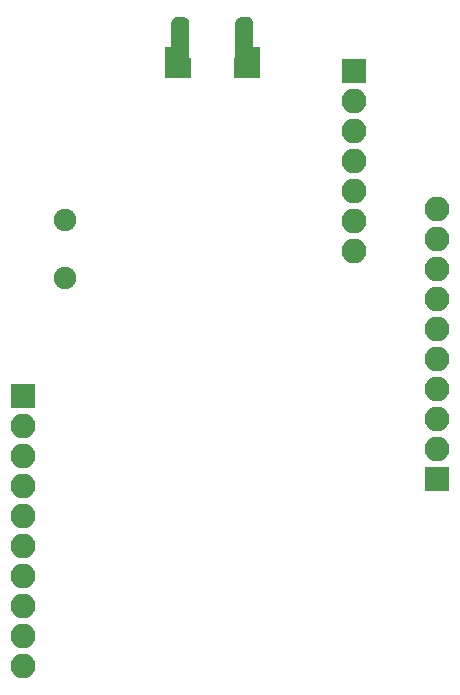
<source format=gbr>
G04 #@! TF.GenerationSoftware,KiCad,Pcbnew,5.0.0+dfsg1-2*
G04 #@! TF.CreationDate,2018-10-17T02:30:28+04:00*
G04 #@! TF.ProjectId,avrUsb,6176725573622E6B696361645F706362,rev?*
G04 #@! TF.SameCoordinates,Original*
G04 #@! TF.FileFunction,Soldermask,Bot*
G04 #@! TF.FilePolarity,Negative*
%FSLAX46Y46*%
G04 Gerber Fmt 4.6, Leading zero omitted, Abs format (unit mm)*
G04 Created by KiCad (PCBNEW 5.0.0+dfsg1-2) date Wed Oct 17 02:30:28 2018*
%MOMM*%
%LPD*%
G01*
G04 APERTURE LIST*
%ADD10C,0.100000*%
%ADD11R,2.100000X2.100000*%
%ADD12O,2.100000X2.100000*%
%ADD13R,1.117600X1.117600*%
%ADD14C,1.900000*%
G04 APERTURE END LIST*
D10*
G04 #@! TO.C,X1*
G36*
X192500500Y-70398900D02*
X190303400Y-70398900D01*
X190303400Y-72062600D01*
X192500500Y-72062600D01*
X192500500Y-70398900D01*
G37*
G36*
X186696600Y-70398900D02*
X184499500Y-70398900D01*
X184499500Y-72062600D01*
X186696600Y-72062600D01*
X186696600Y-70398900D01*
G37*
G36*
X186544200Y-70348100D02*
X186544200Y-67376300D01*
X186517685Y-67221592D01*
X186444661Y-67082650D01*
X186332275Y-66973074D01*
X186036200Y-66881000D01*
X185528200Y-66881000D01*
X185375144Y-66905242D01*
X185237070Y-66975594D01*
X185127494Y-67085170D01*
X185032900Y-67376300D01*
X185032900Y-69446400D01*
X184499500Y-69446400D01*
X184499500Y-70348100D01*
X186544200Y-70348100D01*
G37*
G36*
X190455800Y-70348100D02*
X190455800Y-67376300D01*
X190482315Y-67221592D01*
X190555339Y-67082650D01*
X190667725Y-66973074D01*
X190963800Y-66881000D01*
X191471800Y-66881000D01*
X191624856Y-66905242D01*
X191762930Y-66975594D01*
X191872506Y-67085170D01*
X191967100Y-67376300D01*
X191967100Y-69446400D01*
X192500500Y-69446400D01*
X192500500Y-70348100D01*
X190455800Y-70348100D01*
G37*
G04 #@! TD*
D11*
G04 #@! TO.C,J1*
X200500000Y-71500000D03*
D12*
X200500000Y-74040000D03*
X200500000Y-76580000D03*
X200500000Y-79120000D03*
X200500000Y-81660000D03*
X200500000Y-84200000D03*
X200500000Y-86740000D03*
G04 #@! TD*
D11*
G04 #@! TO.C,J2*
X207500000Y-106000000D03*
D12*
X207500000Y-103460000D03*
X207500000Y-100920000D03*
X207500000Y-98380000D03*
X207500000Y-95840000D03*
X207500000Y-93300000D03*
X207500000Y-90760000D03*
X207500000Y-88220000D03*
X207500000Y-85680000D03*
X207500000Y-83140000D03*
G04 #@! TD*
G04 #@! TO.C,J3*
X172500000Y-121860000D03*
X172500000Y-119320000D03*
X172500000Y-116780000D03*
X172500000Y-114240000D03*
X172500000Y-111700000D03*
X172500000Y-109160000D03*
X172500000Y-106620000D03*
X172500000Y-104080000D03*
X172500000Y-101540000D03*
D11*
X172500000Y-99000000D03*
G04 #@! TD*
D13*
G04 #@! TO.C,X1*
X191274950Y-68200021D03*
X185725050Y-68200021D03*
X190925700Y-71229987D03*
X186074300Y-71229987D03*
G04 #@! TD*
D14*
G04 #@! TO.C,Y1*
X176000000Y-89000000D03*
X176000000Y-84120000D03*
G04 #@! TD*
M02*

</source>
